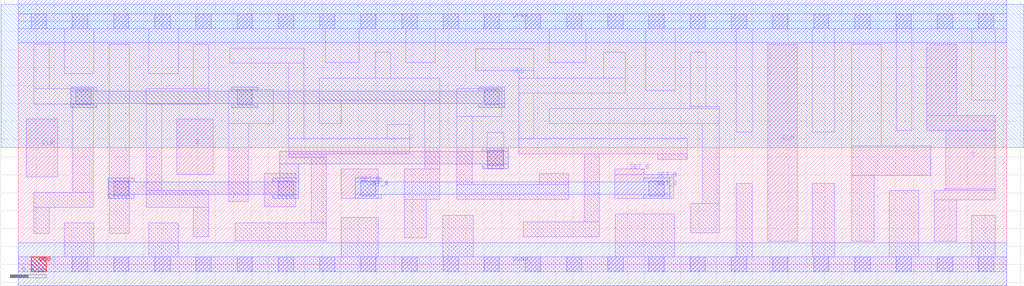
<source format=lef>
# Copyright 2020 The SkyWater PDK Authors
#
# Licensed under the Apache License, Version 2.0 (the "License");
# you may not use this file except in compliance with the License.
# You may obtain a copy of the License at
#
#     https://www.apache.org/licenses/LICENSE-2.0
#
# Unless required by applicable law or agreed to in writing, software
# distributed under the License is distributed on an "AS IS" BASIS,
# WITHOUT WARRANTIES OR CONDITIONS OF ANY KIND, either express or implied.
# See the License for the specific language governing permissions and
# limitations under the License.
#
# SPDX-License-Identifier: Apache-2.0

VERSION 5.7 ;
  NOWIREEXTENSIONATPIN ON ;
  DIVIDERCHAR "/" ;
  BUSBITCHARS "[]" ;
MACRO sky130_fd_sc_hd__dfsbp_2
  CLASS CORE ;
  FOREIGN sky130_fd_sc_hd__dfsbp_2 ;
  ORIGIN  0.000000  0.000000 ;
  SIZE  11.04000 BY  2.720000 ;
  SYMMETRY X Y R90 ;
  SITE unithd ;
  PIN D
    ANTENNAGATEAREA  0.222000 ;
    DIRECTION INPUT ;
    USE SIGNAL ;
    PORT
      LAYER li1 ;
        RECT 1.770000 1.005000 2.180000 1.625000 ;
    END
  END D
  PIN Q
    ANTENNADIFFAREA  0.445500 ;
    DIRECTION OUTPUT ;
    USE SIGNAL ;
    PORT
      LAYER li1 ;
        RECT 10.150000 1.495000 10.915000 1.665000 ;
        RECT 10.150000 1.665000 10.480000 2.465000 ;
        RECT 10.230000 0.255000 10.480000 0.720000 ;
        RECT 10.230000 0.720000 10.915000 0.825000 ;
        RECT 10.345000 0.825000 10.915000 0.845000 ;
        RECT 10.360000 0.845000 10.915000 1.495000 ;
    END
  END Q
  PIN Q_N
    ANTENNADIFFAREA  0.445500 ;
    DIRECTION OUTPUT ;
    USE SIGNAL ;
    PORT
      LAYER li1 ;
        RECT 8.370000 0.255000 8.700000 2.465000 ;
    END
  END Q_N
  PIN SET_B
    ANTENNAGATEAREA  0.252000 ;
    DIRECTION INPUT ;
    USE SIGNAL ;
    PORT
      LAYER li1 ;
        RECT 3.610000 0.735000 4.020000 1.065000 ;
      LAYER mcon ;
        RECT 3.825000 0.765000 3.995000 0.935000 ;
    END
    PORT
      LAYER li1 ;
        RECT 6.660000 0.735000 7.320000 1.005000 ;
        RECT 6.660000 1.005000 6.990000 1.065000 ;
      LAYER mcon ;
        RECT 7.045000 0.765000 7.215000 0.935000 ;
    END
    PORT
      LAYER met1 ;
        RECT 3.765000 0.735000 4.055000 0.780000 ;
        RECT 3.765000 0.780000 7.275000 0.920000 ;
        RECT 3.765000 0.920000 4.055000 0.965000 ;
        RECT 6.985000 0.735000 7.275000 0.780000 ;
        RECT 6.985000 0.920000 7.275000 0.965000 ;
    END
  END SET_B
  PIN CLK
    ANTENNAGATEAREA  0.159000 ;
    DIRECTION INPUT ;
    USE CLOCK ;
    PORT
      LAYER li1 ;
        RECT 0.090000 0.975000 0.440000 1.625000 ;
    END
  END CLK
  PIN VGND
    DIRECTION INOUT ;
    SHAPE ABUTMENT ;
    USE GROUND ;
    PORT
      LAYER met1 ;
        RECT 0.000000 -0.240000 11.040000 0.240000 ;
    END
  END VGND
  PIN VNB
    DIRECTION INOUT ;
    USE GROUND ;
    PORT
      LAYER pwell ;
        RECT 0.145000 -0.085000 0.315000 0.085000 ;
    END
  END VNB
  PIN VPB
    DIRECTION INOUT ;
    USE POWER ;
    PORT
      LAYER nwell ;
        RECT -0.190000 1.305000 11.230000 2.910000 ;
    END
  END VPB
  PIN VPWR
    DIRECTION INOUT ;
    SHAPE ABUTMENT ;
    USE POWER ;
    PORT
      LAYER met1 ;
        RECT 0.000000 2.480000 11.040000 2.960000 ;
    END
  END VPWR
  OBS
    LAYER li1 ;
      RECT  0.000000 -0.085000 11.040000 0.085000 ;
      RECT  0.000000  2.635000 11.040000 2.805000 ;
      RECT  0.175000  0.345000  0.345000 0.635000 ;
      RECT  0.175000  0.635000  0.840000 0.805000 ;
      RECT  0.175000  1.795000  0.840000 1.965000 ;
      RECT  0.175000  1.965000  0.345000 2.465000 ;
      RECT  0.515000  0.085000  0.845000 0.465000 ;
      RECT  0.515000  2.135000  0.845000 2.635000 ;
      RECT  0.610000  0.805000  0.840000 1.795000 ;
      RECT  1.015000  0.345000  1.240000 2.465000 ;
      RECT  1.430000  0.635000  2.125000 0.825000 ;
      RECT  1.430000  0.825000  1.600000 1.795000 ;
      RECT  1.430000  1.795000  2.125000 1.965000 ;
      RECT  1.455000  0.085000  1.785000 0.465000 ;
      RECT  1.455000  2.135000  1.785000 2.635000 ;
      RECT  1.955000  0.305000  2.125000 0.635000 ;
      RECT  1.955000  1.965000  2.125000 2.465000 ;
      RECT  2.350000  0.705000  2.570000 1.575000 ;
      RECT  2.350000  1.575000  2.850000 1.955000 ;
      RECT  2.360000  2.250000  3.190000 2.420000 ;
      RECT  2.425000  0.265000  3.440000 0.465000 ;
      RECT  2.750000  0.645000  3.100000 1.015000 ;
      RECT  3.020000  1.195000  3.440000 1.235000 ;
      RECT  3.020000  1.235000  4.370000 1.405000 ;
      RECT  3.020000  1.405000  3.190000 2.250000 ;
      RECT  3.270000  0.465000  3.440000 1.195000 ;
      RECT  3.360000  1.575000  3.610000 1.835000 ;
      RECT  3.360000  1.835000  4.710000 2.085000 ;
      RECT  3.430000  2.255000  3.810000 2.635000 ;
      RECT  3.610000  0.085000  4.020000 0.525000 ;
      RECT  3.990000  2.085000  4.160000 2.375000 ;
      RECT  4.120000  1.405000  4.370000 1.565000 ;
      RECT  4.310000  0.295000  4.560000 0.725000 ;
      RECT  4.310000  0.725000  4.710000 1.065000 ;
      RECT  4.330000  2.255000  4.660000 2.635000 ;
      RECT  4.540000  1.065000  4.710000 1.835000 ;
      RECT  4.740000  0.085000  5.080000 0.545000 ;
      RECT  4.900000  0.725000  6.150000 0.895000 ;
      RECT  4.900000  0.895000  5.070000 1.655000 ;
      RECT  4.900000  1.655000  5.400000 1.965000 ;
      RECT  5.110000  2.165000  5.760000 2.415000 ;
      RECT  5.240000  1.065000  5.420000 1.475000 ;
      RECT  5.590000  1.235000  7.470000 1.405000 ;
      RECT  5.590000  1.405000  5.760000 1.915000 ;
      RECT  5.590000  1.915000  6.780000 2.085000 ;
      RECT  5.590000  2.085000  5.760000 2.165000 ;
      RECT  5.640000  0.305000  6.490000 0.475000 ;
      RECT  5.820000  0.895000  6.150000 1.015000 ;
      RECT  5.930000  1.575000  7.830000 1.745000 ;
      RECT  5.930000  2.255000  6.340000 2.635000 ;
      RECT  6.320000  0.475000  6.490000 1.235000 ;
      RECT  6.540000  2.085000  6.780000 2.375000 ;
      RECT  6.670000  0.085000  7.330000 0.565000 ;
      RECT  7.010000  1.945000  7.340000 2.635000 ;
      RECT  7.140000  1.175000  7.470000 1.235000 ;
      RECT  7.510000  0.350000  7.830000 0.680000 ;
      RECT  7.510000  1.745000  7.830000 1.765000 ;
      RECT  7.510000  1.765000  7.680000 2.375000 ;
      RECT  7.640000  0.680000  7.830000 1.575000 ;
      RECT  8.020000  0.085000  8.200000 0.905000 ;
      RECT  8.020000  1.480000  8.200000 2.635000 ;
      RECT  8.870000  0.085000  9.120000 0.905000 ;
      RECT  8.870000  1.480000  9.120000 2.635000 ;
      RECT  9.310000  0.255000  9.560000 0.995000 ;
      RECT  9.310000  0.995000 10.190000 1.325000 ;
      RECT  9.310000  1.325000  9.640000 2.465000 ;
      RECT  9.730000  0.085000 10.060000 0.825000 ;
      RECT  9.810000  1.495000  9.980000 2.635000 ;
      RECT 10.650000  0.085000 10.915000 0.550000 ;
      RECT 10.650000  1.835000 10.915000 2.635000 ;
    LAYER mcon ;
      RECT  0.145000 -0.085000  0.315000 0.085000 ;
      RECT  0.145000  2.635000  0.315000 2.805000 ;
      RECT  0.605000 -0.085000  0.775000 0.085000 ;
      RECT  0.605000  2.635000  0.775000 2.805000 ;
      RECT  0.645000  1.785000  0.815000 1.955000 ;
      RECT  1.065000 -0.085000  1.235000 0.085000 ;
      RECT  1.065000  0.765000  1.235000 0.935000 ;
      RECT  1.065000  2.635000  1.235000 2.805000 ;
      RECT  1.525000 -0.085000  1.695000 0.085000 ;
      RECT  1.525000  2.635000  1.695000 2.805000 ;
      RECT  1.985000 -0.085000  2.155000 0.085000 ;
      RECT  1.985000  2.635000  2.155000 2.805000 ;
      RECT  2.445000 -0.085000  2.615000 0.085000 ;
      RECT  2.445000  1.785000  2.615000 1.955000 ;
      RECT  2.445000  2.635000  2.615000 2.805000 ;
      RECT  2.905000 -0.085000  3.075000 0.085000 ;
      RECT  2.905000  0.765000  3.075000 0.935000 ;
      RECT  2.905000  2.635000  3.075000 2.805000 ;
      RECT  3.365000 -0.085000  3.535000 0.085000 ;
      RECT  3.365000  2.635000  3.535000 2.805000 ;
      RECT  3.825000 -0.085000  3.995000 0.085000 ;
      RECT  3.825000  2.635000  3.995000 2.805000 ;
      RECT  4.285000 -0.085000  4.455000 0.085000 ;
      RECT  4.285000  2.635000  4.455000 2.805000 ;
      RECT  4.745000 -0.085000  4.915000 0.085000 ;
      RECT  4.745000  2.635000  4.915000 2.805000 ;
      RECT  5.205000 -0.085000  5.375000 0.085000 ;
      RECT  5.205000  1.785000  5.375000 1.955000 ;
      RECT  5.205000  2.635000  5.375000 2.805000 ;
      RECT  5.245000  1.105000  5.415000 1.275000 ;
      RECT  5.665000 -0.085000  5.835000 0.085000 ;
      RECT  5.665000  2.635000  5.835000 2.805000 ;
      RECT  6.125000 -0.085000  6.295000 0.085000 ;
      RECT  6.125000  2.635000  6.295000 2.805000 ;
      RECT  6.585000 -0.085000  6.755000 0.085000 ;
      RECT  6.585000  2.635000  6.755000 2.805000 ;
      RECT  7.045000 -0.085000  7.215000 0.085000 ;
      RECT  7.045000  2.635000  7.215000 2.805000 ;
      RECT  7.505000 -0.085000  7.675000 0.085000 ;
      RECT  7.505000  2.635000  7.675000 2.805000 ;
      RECT  7.965000 -0.085000  8.135000 0.085000 ;
      RECT  7.965000  2.635000  8.135000 2.805000 ;
      RECT  8.425000 -0.085000  8.595000 0.085000 ;
      RECT  8.425000  2.635000  8.595000 2.805000 ;
      RECT  8.885000 -0.085000  9.055000 0.085000 ;
      RECT  8.885000  2.635000  9.055000 2.805000 ;
      RECT  9.345000 -0.085000  9.515000 0.085000 ;
      RECT  9.345000  2.635000  9.515000 2.805000 ;
      RECT  9.805000 -0.085000  9.975000 0.085000 ;
      RECT  9.805000  2.635000  9.975000 2.805000 ;
      RECT 10.265000 -0.085000 10.435000 0.085000 ;
      RECT 10.265000  2.635000 10.435000 2.805000 ;
      RECT 10.725000 -0.085000 10.895000 0.085000 ;
      RECT 10.725000  2.635000 10.895000 2.805000 ;
    LAYER met1 ;
      RECT 0.585000 1.755000 0.875000 1.800000 ;
      RECT 0.585000 1.800000 5.435000 1.940000 ;
      RECT 0.585000 1.940000 0.875000 1.985000 ;
      RECT 1.005000 0.735000 1.295000 0.780000 ;
      RECT 1.005000 0.780000 3.135000 0.920000 ;
      RECT 1.005000 0.920000 1.295000 0.965000 ;
      RECT 2.385000 1.755000 2.675000 1.800000 ;
      RECT 2.385000 1.940000 2.675000 1.985000 ;
      RECT 2.845000 0.735000 3.135000 0.780000 ;
      RECT 2.845000 0.920000 3.135000 0.965000 ;
      RECT 2.920000 0.965000 3.135000 1.120000 ;
      RECT 2.920000 1.120000 5.475000 1.260000 ;
      RECT 5.145000 1.755000 5.435000 1.800000 ;
      RECT 5.145000 1.940000 5.435000 1.985000 ;
      RECT 5.185000 1.075000 5.475000 1.120000 ;
      RECT 5.185000 1.260000 5.475000 1.305000 ;
  END
END sky130_fd_sc_hd__dfsbp_2
END LIBRARY

</source>
